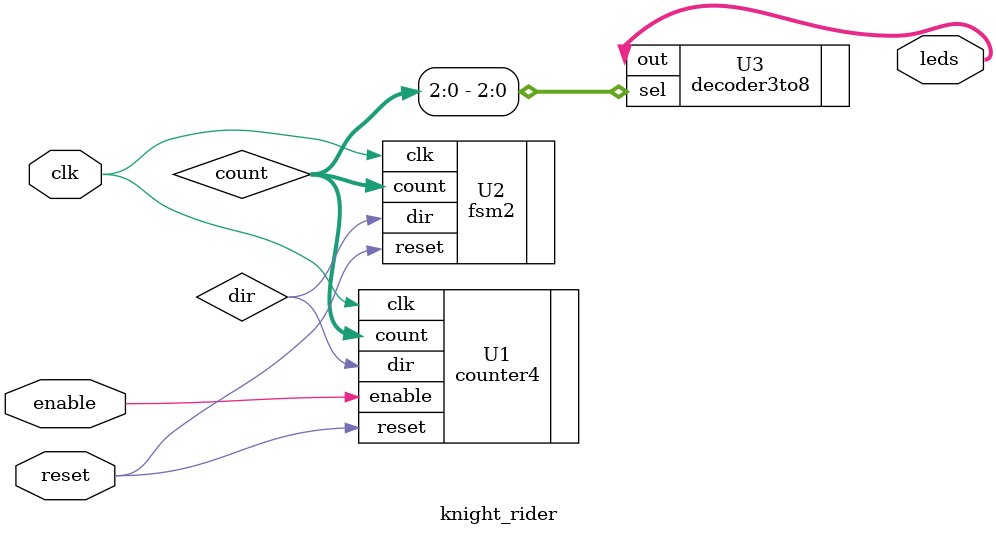
<source format=v>
module knight_rider (
    input clk,
    input reset,
    input enable,
    output [7:0] leds
);
    wire [3:0] count;
    wire dir;

    counter4 U1 (
        .clk(clk),
        .reset(reset),
        .enable(enable),
        .dir(dir),
        .count(count)
    );

    fsm2 U2 (
        .clk(clk),
        .reset(reset),
        .count(count),
        .dir(dir)
    );

    decoder3to8 U3 (
        .sel(count[2:0]),
        .out(leds)
    );
endmodule

</source>
